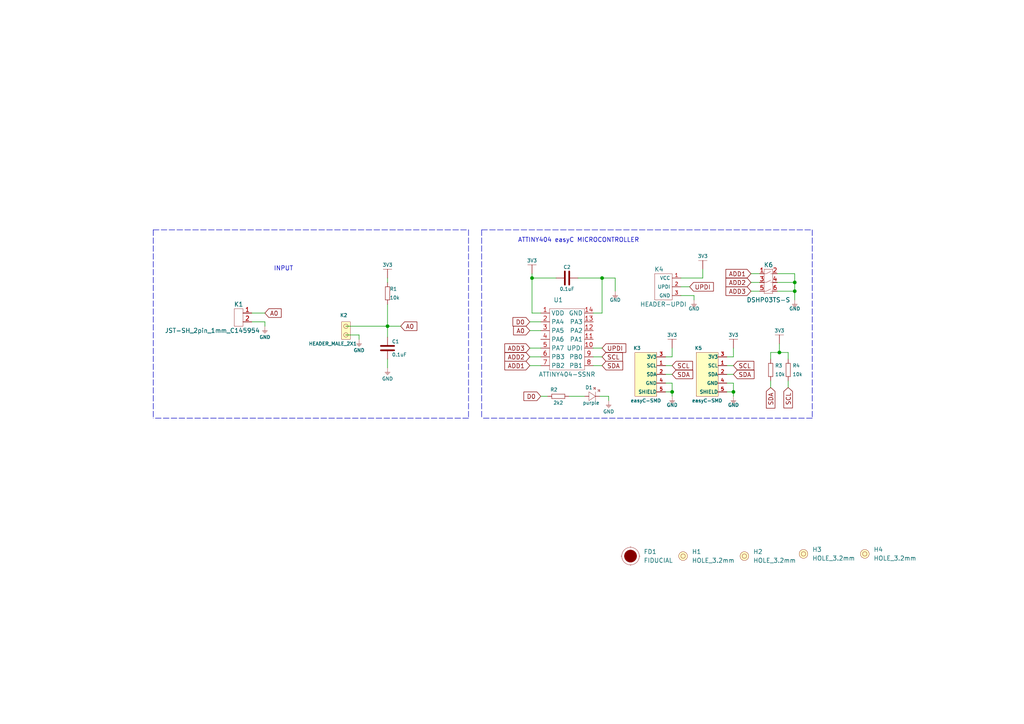
<source format=kicad_sch>
(kicad_sch (version 20210621) (generator eeschema)

  (uuid 48eb87b9-c4c0-4008-807b-b33f5ce894f9)

  (paper "A4")

  (title_block
    (title "Simple sensor with eassyC")
    (date "2021-07-05")
    (rev "V1.1.1.")
    (company "SOLDERED")
    (comment 1 "333040")
  )

  (lib_symbols
    (symbol "e-radionica.com schematics:0402LED" (pin_numbers hide) (pin_names (offset 0.254) hide) (in_bom yes) (on_board yes)
      (property "Reference" "D" (id 0) (at -0.635 2.54 0)
        (effects (font (size 1 1)))
      )
      (property "Value" "0402LED" (id 1) (at 0 -2.54 0)
        (effects (font (size 1 1)))
      )
      (property "Footprint" "e-radionica.com footprinti:0402LED" (id 2) (at 0 5.08 0)
        (effects (font (size 1 1)) hide)
      )
      (property "Datasheet" "" (id 3) (at 0 0 0)
        (effects (font (size 1 1)) hide)
      )
      (property "Package" "0402" (id 4) (at 0 0 0)
        (effects (font (size 1.27 1.27)) hide)
      )
      (symbol "0402LED_0_1"
        (polyline
          (pts
            (xy -0.635 1.27)
            (xy 1.27 0)
          )
          (stroke (width 0.0006)) (fill (type none))
        )
        (polyline
          (pts
            (xy 0.635 1.905)
            (xy 1.27 2.54)
          )
          (stroke (width 0.0006)) (fill (type none))
        )
        (polyline
          (pts
            (xy 1.27 1.27)
            (xy 1.27 -1.27)
          )
          (stroke (width 0.0006)) (fill (type none))
        )
        (polyline
          (pts
            (xy 1.905 1.27)
            (xy 2.54 1.905)
          )
          (stroke (width 0.0006)) (fill (type none))
        )
        (polyline
          (pts
            (xy -0.635 1.27)
            (xy -0.635 -1.27)
            (xy 1.27 0)
          )
          (stroke (width 0.0006)) (fill (type none))
        )
        (polyline
          (pts
            (xy 1.27 2.54)
            (xy 0.635 2.54)
            (xy 1.27 1.905)
            (xy 1.27 2.54)
          )
          (stroke (width 0.0006)) (fill (type none))
        )
        (polyline
          (pts
            (xy 2.54 1.905)
            (xy 1.905 1.905)
            (xy 2.54 1.27)
            (xy 2.54 1.905)
          )
          (stroke (width 0.0006)) (fill (type none))
        )
      )
      (symbol "0402LED_1_1"
        (pin passive line (at -1.905 0 0) (length 1.27)
          (name "A" (effects (font (size 1.27 1.27))))
          (number "1" (effects (font (size 1.27 1.27))))
        )
        (pin passive line (at 2.54 0 180) (length 1.27)
          (name "K" (effects (font (size 1.27 1.27))))
          (number "2" (effects (font (size 1.27 1.27))))
        )
      )
    )
    (symbol "e-radionica.com schematics:0402R" (pin_numbers hide) (pin_names (offset 0.254)) (in_bom yes) (on_board yes)
      (property "Reference" "R" (id 0) (at -1.905 1.27 0)
        (effects (font (size 1 1)))
      )
      (property "Value" "0402R" (id 1) (at 0 -1.27 0)
        (effects (font (size 1 1)))
      )
      (property "Footprint" "e-radionica.com footprinti:0402R" (id 2) (at -2.54 1.905 0)
        (effects (font (size 1 1)) hide)
      )
      (property "Datasheet" "" (id 3) (at -2.54 1.905 0)
        (effects (font (size 1 1)) hide)
      )
      (symbol "0402R_0_1"
        (rectangle (start -1.905 -0.635) (end 1.905 -0.6604)
          (stroke (width 0.1)) (fill (type none))
        )
        (rectangle (start -1.905 0.635) (end -1.8796 -0.635)
          (stroke (width 0.1)) (fill (type none))
        )
        (rectangle (start -1.905 0.635) (end 1.905 0.6096)
          (stroke (width 0.1)) (fill (type none))
        )
        (rectangle (start 1.905 0.635) (end 1.9304 -0.635)
          (stroke (width 0.1)) (fill (type none))
        )
      )
      (symbol "0402R_1_1"
        (pin passive line (at -3.175 0 0) (length 1.27)
          (name "~" (effects (font (size 1.27 1.27))))
          (number "1" (effects (font (size 1.27 1.27))))
        )
        (pin passive line (at 3.175 0 180) (length 1.27)
          (name "~" (effects (font (size 1.27 1.27))))
          (number "2" (effects (font (size 1.27 1.27))))
        )
      )
    )
    (symbol "e-radionica.com schematics:0603C" (pin_numbers hide) (pin_names (offset 0.002)) (in_bom yes) (on_board yes)
      (property "Reference" "C" (id 0) (at -0.635 3.175 0)
        (effects (font (size 1 1)))
      )
      (property "Value" "0603C" (id 1) (at 0 -3.175 0)
        (effects (font (size 1 1)))
      )
      (property "Footprint" "e-radionica.com footprinti:0603C" (id 2) (at 0 0 0)
        (effects (font (size 1 1)) hide)
      )
      (property "Datasheet" "" (id 3) (at 0 0 0)
        (effects (font (size 1 1)) hide)
      )
      (symbol "0603C_0_1"
        (polyline
          (pts
            (xy -0.635 1.905)
            (xy -0.635 -1.905)
          )
          (stroke (width 0.5)) (fill (type none))
        )
        (polyline
          (pts
            (xy 0.635 1.905)
            (xy 0.635 -1.905)
          )
          (stroke (width 0.5)) (fill (type none))
        )
      )
      (symbol "0603C_1_1"
        (pin passive line (at -3.175 0 0) (length 2.54)
          (name "~" (effects (font (size 1.27 1.27))))
          (number "1" (effects (font (size 1.27 1.27))))
        )
        (pin passive line (at 3.175 0 180) (length 2.54)
          (name "~" (effects (font (size 1.27 1.27))))
          (number "2" (effects (font (size 1.27 1.27))))
        )
      )
    )
    (symbol "e-radionica.com schematics:0603R" (pin_numbers hide) (pin_names (offset 0.254)) (in_bom yes) (on_board yes)
      (property "Reference" "R" (id 0) (at -1.905 1.905 0)
        (effects (font (size 1 1)))
      )
      (property "Value" "0603R" (id 1) (at 0 -1.905 0)
        (effects (font (size 1 1)))
      )
      (property "Footprint" "e-radionica.com footprinti:0603R" (id 2) (at -0.635 1.905 0)
        (effects (font (size 1 1)) hide)
      )
      (property "Datasheet" "" (id 3) (at -0.635 1.905 0)
        (effects (font (size 1 1)) hide)
      )
      (symbol "0603R_0_1"
        (rectangle (start -1.905 -0.635) (end 1.905 -0.6604)
          (stroke (width 0.1)) (fill (type none))
        )
        (rectangle (start -1.905 0.635) (end -1.8796 -0.635)
          (stroke (width 0.1)) (fill (type none))
        )
        (rectangle (start -1.905 0.635) (end 1.905 0.6096)
          (stroke (width 0.1)) (fill (type none))
        )
        (rectangle (start 1.905 0.635) (end 1.9304 -0.635)
          (stroke (width 0.1)) (fill (type none))
        )
      )
      (symbol "0603R_1_1"
        (pin passive line (at -3.175 0 0) (length 1.27)
          (name "~" (effects (font (size 1.27 1.27))))
          (number "1" (effects (font (size 1.27 1.27))))
        )
        (pin passive line (at 3.175 0 180) (length 1.27)
          (name "~" (effects (font (size 1.27 1.27))))
          (number "2" (effects (font (size 1.27 1.27))))
        )
      )
    )
    (symbol "e-radionica.com schematics:3V3" (power) (pin_names (offset 0)) (in_bom yes) (on_board yes)
      (property "Reference" "#PWR" (id 0) (at 4.445 0 0)
        (effects (font (size 1 1)) hide)
      )
      (property "Value" "3V3" (id 1) (at 0 3.556 0)
        (effects (font (size 1 1)))
      )
      (property "Footprint" "" (id 2) (at 4.445 3.81 0)
        (effects (font (size 1 1)) hide)
      )
      (property "Datasheet" "" (id 3) (at 4.445 3.81 0)
        (effects (font (size 1 1)) hide)
      )
      (property "ki_keywords" "power-flag" (id 4) (at 0 0 0)
        (effects (font (size 1.27 1.27)) hide)
      )
      (property "ki_description" "Power symbol creates a global label with name \"+3V3\"" (id 5) (at 0 0 0)
        (effects (font (size 1.27 1.27)) hide)
      )
      (symbol "3V3_0_1"
        (polyline
          (pts
            (xy -1.27 2.54)
            (xy 1.27 2.54)
          )
          (stroke (width 0.0006)) (fill (type none))
        )
        (polyline
          (pts
            (xy 0 0)
            (xy 0 2.54)
          )
          (stroke (width 0)) (fill (type none))
        )
      )
      (symbol "3V3_1_1"
        (pin power_in line (at 0 0 90) (length 0) hide
          (name "3V3" (effects (font (size 1.27 1.27))))
          (number "1" (effects (font (size 1.27 1.27))))
        )
      )
    )
    (symbol "e-radionica.com schematics:ATTINY404-SSNR" (in_bom yes) (on_board yes)
      (property "Reference" "U" (id 0) (at -5.08 10.16 0)
        (effects (font (size 1.27 1.27)))
      )
      (property "Value" "ATTINY404-SSNR" (id 1) (at 0 -10.16 0)
        (effects (font (size 1.27 1.27)))
      )
      (property "Footprint" "e-radionica.com footprinti:SOIC-14" (id 2) (at 0 -11.43 0)
        (effects (font (size 1.27 1.27)) hide)
      )
      (property "Datasheet" "" (id 3) (at 0 -2.54 0)
        (effects (font (size 1.27 1.27)) hide)
      )
      (symbol "ATTINY404-SSNR_0_1"
        (rectangle (start -5.08 8.89) (end 5.08 -8.89)
          (stroke (width 0.0006)) (fill (type none))
        )
      )
      (symbol "ATTINY404-SSNR_1_1"
        (pin power_in line (at -7.62 7.62 0) (length 2.54)
          (name "VDD" (effects (font (size 1.27 1.27))))
          (number "1" (effects (font (size 1.27 1.27))))
        )
        (pin bidirectional line (at 7.62 -2.54 180) (length 2.54)
          (name "UPDI" (effects (font (size 1.27 1.27))))
          (number "10" (effects (font (size 1.27 1.27))))
        )
        (pin bidirectional line (at 7.62 0 180) (length 2.54)
          (name "PA1" (effects (font (size 1.27 1.27))))
          (number "11" (effects (font (size 1.27 1.27))))
        )
        (pin bidirectional line (at 7.62 2.54 180) (length 2.54)
          (name "PA2" (effects (font (size 1.27 1.27))))
          (number "12" (effects (font (size 1.27 1.27))))
        )
        (pin bidirectional line (at 7.62 5.08 180) (length 2.54)
          (name "PA3" (effects (font (size 1.27 1.27))))
          (number "13" (effects (font (size 1.27 1.27))))
        )
        (pin power_in line (at 7.62 7.62 180) (length 2.54)
          (name "GND" (effects (font (size 1.27 1.27))))
          (number "14" (effects (font (size 1.27 1.27))))
        )
        (pin bidirectional line (at -7.62 5.08 0) (length 2.54)
          (name "PA4" (effects (font (size 1.27 1.27))))
          (number "2" (effects (font (size 1.27 1.27))))
        )
        (pin bidirectional line (at -7.62 2.54 0) (length 2.54)
          (name "PA5" (effects (font (size 1.27 1.27))))
          (number "3" (effects (font (size 1.27 1.27))))
        )
        (pin bidirectional line (at -7.62 0 0) (length 2.54)
          (name "PA6" (effects (font (size 1.27 1.27))))
          (number "4" (effects (font (size 1.27 1.27))))
        )
        (pin bidirectional line (at -7.62 -2.54 0) (length 2.54)
          (name "PA7" (effects (font (size 1.27 1.27))))
          (number "5" (effects (font (size 1.27 1.27))))
        )
        (pin bidirectional line (at -7.62 -5.08 0) (length 2.54)
          (name "PB3" (effects (font (size 1.27 1.27))))
          (number "6" (effects (font (size 1.27 1.27))))
        )
        (pin bidirectional line (at -7.62 -7.62 0) (length 2.54)
          (name "PB2" (effects (font (size 1.27 1.27))))
          (number "7" (effects (font (size 1.27 1.27))))
        )
        (pin bidirectional line (at 7.62 -7.62 180) (length 2.54)
          (name "PB1" (effects (font (size 1.27 1.27))))
          (number "8" (effects (font (size 1.27 1.27))))
        )
        (pin bidirectional line (at 7.62 -5.08 180) (length 2.54)
          (name "PB0" (effects (font (size 1.27 1.27))))
          (number "9" (effects (font (size 1.27 1.27))))
        )
      )
    )
    (symbol "e-radionica.com schematics:DSHP03TS-S" (in_bom yes) (on_board yes)
      (property "Reference" "K" (id 0) (at 0 5.08 0)
        (effects (font (size 1.27 1.27)))
      )
      (property "Value" "DSHP03TS-S" (id 1) (at 0 -5.08 0)
        (effects (font (size 1.27 1.27)))
      )
      (property "Footprint" "e-radionica.com footprinti:DSHP03TS-S" (id 2) (at -1.27 -7.62 0)
        (effects (font (size 1.27 1.27)) hide)
      )
      (property "Datasheet" "" (id 3) (at 0 0 0)
        (effects (font (size 1.27 1.27)) hide)
      )
      (property "ki_keywords" "DIP SW SWITCH " (id 4) (at 0 0 0)
        (effects (font (size 1.27 1.27)) hide)
      )
      (symbol "DSHP03TS-S_0_1"
        (rectangle (start -1.27 3.81) (end 1.27 -3.175)
          (stroke (width 0.0006)) (fill (type none))
        )
        (polyline
          (pts
            (xy 1.27 -2.54)
            (xy 0.635 -2.54)
          )
          (stroke (width 0.0006)) (fill (type none))
        )
        (polyline
          (pts
            (xy 1.27 0)
            (xy 0.635 0)
          )
          (stroke (width 0.0006)) (fill (type none))
        )
        (polyline
          (pts
            (xy 1.27 2.54)
            (xy 0.635 2.54)
          )
          (stroke (width 0.0006)) (fill (type none))
        )
        (polyline
          (pts
            (xy -1.27 -2.54)
            (xy -0.635 -2.54)
            (xy 0.635 -1.905)
          )
          (stroke (width 0.0006)) (fill (type none))
        )
        (polyline
          (pts
            (xy -1.27 0)
            (xy -0.635 0)
            (xy 0.635 0.635)
          )
          (stroke (width 0.0006)) (fill (type none))
        )
        (polyline
          (pts
            (xy -1.27 2.54)
            (xy -0.635 2.54)
            (xy 0.635 3.175)
          )
          (stroke (width 0.0006)) (fill (type none))
        )
      )
      (symbol "DSHP03TS-S_1_1"
        (pin bidirectional line (at -2.54 2.54 0) (length 1.27)
          (name "~" (effects (font (size 1.27 1.27))))
          (number "1" (effects (font (size 1.27 1.27))))
        )
        (pin bidirectional line (at 2.54 2.54 180) (length 1.27)
          (name "~" (effects (font (size 1.27 1.27))))
          (number "2" (effects (font (size 1.27 1.27))))
        )
        (pin bidirectional line (at -2.54 0 0) (length 1.27)
          (name "~" (effects (font (size 1.27 1.27))))
          (number "3" (effects (font (size 1.27 1.27))))
        )
        (pin bidirectional line (at 2.54 0 180) (length 1.27)
          (name "~" (effects (font (size 1.27 1.27))))
          (number "4" (effects (font (size 1.27 1.27))))
        )
        (pin bidirectional line (at -2.54 -2.54 0) (length 1.27)
          (name "~" (effects (font (size 1.27 1.27))))
          (number "5" (effects (font (size 1.27 1.27))))
        )
        (pin bidirectional line (at 2.54 -2.54 180) (length 1.27)
          (name "~" (effects (font (size 1.27 1.27))))
          (number "6" (effects (font (size 1.27 1.27))))
        )
      )
    )
    (symbol "e-radionica.com schematics:FIDUCIAL" (in_bom yes) (on_board yes)
      (property "Reference" "FD" (id 0) (at 0 3.81 0)
        (effects (font (size 1.27 1.27)))
      )
      (property "Value" "FIDUCIAL" (id 1) (at 0 -3.81 0)
        (effects (font (size 1.27 1.27)))
      )
      (property "Footprint" "e-radionica.com footprinti:FIDUCIAL_23" (id 2) (at 0.254 -5.334 0)
        (effects (font (size 1.27 1.27)) hide)
      )
      (property "Datasheet" "" (id 3) (at 0 0 0)
        (effects (font (size 1.27 1.27)) hide)
      )
      (symbol "FIDUCIAL_0_1"
        (circle (center 0 0) (radius 2.54) (stroke (width 0.0006)) (fill (type none)))
        (circle (center 0 0) (radius 1.7961) (stroke (width 0.001)) (fill (type outline)))
        (polyline
          (pts
            (xy -2.54 0)
            (xy -2.794 0)
          )
          (stroke (width 0.0006)) (fill (type none))
        )
        (polyline
          (pts
            (xy 0 -2.54)
            (xy 0 -2.794)
          )
          (stroke (width 0.0006)) (fill (type none))
        )
        (polyline
          (pts
            (xy 0 2.54)
            (xy 0 2.794)
          )
          (stroke (width 0.0006)) (fill (type none))
        )
        (polyline
          (pts
            (xy 2.54 0)
            (xy 2.794 0)
          )
          (stroke (width 0.0006)) (fill (type none))
        )
      )
    )
    (symbol "e-radionica.com schematics:GND" (power) (pin_names (offset 0)) (in_bom yes) (on_board yes)
      (property "Reference" "#PWR" (id 0) (at 4.445 0 0)
        (effects (font (size 1 1)) hide)
      )
      (property "Value" "GND" (id 1) (at 0 -2.921 0)
        (effects (font (size 1 1)))
      )
      (property "Footprint" "" (id 2) (at 4.445 3.81 0)
        (effects (font (size 1 1)) hide)
      )
      (property "Datasheet" "" (id 3) (at 4.445 3.81 0)
        (effects (font (size 1 1)) hide)
      )
      (property "ki_keywords" "power-flag" (id 4) (at 0 0 0)
        (effects (font (size 1.27 1.27)) hide)
      )
      (property "ki_description" "Power symbol creates a global label with name \"+3V3\"" (id 5) (at 0 0 0)
        (effects (font (size 1.27 1.27)) hide)
      )
      (symbol "GND_0_1"
        (polyline
          (pts
            (xy -0.762 -1.27)
            (xy 0.762 -1.27)
          )
          (stroke (width 0.0006)) (fill (type none))
        )
        (polyline
          (pts
            (xy -0.635 -1.524)
            (xy 0.635 -1.524)
          )
          (stroke (width 0.0006)) (fill (type none))
        )
        (polyline
          (pts
            (xy -0.381 -1.778)
            (xy 0.381 -1.778)
          )
          (stroke (width 0.0006)) (fill (type none))
        )
        (polyline
          (pts
            (xy -0.127 -2.032)
            (xy 0.127 -2.032)
          )
          (stroke (width 0.0006)) (fill (type none))
        )
        (polyline
          (pts
            (xy 0 0)
            (xy 0 -1.27)
          )
          (stroke (width 0.0006)) (fill (type none))
        )
      )
      (symbol "GND_1_1"
        (pin power_in line (at 0 0 270) (length 0) hide
          (name "GND" (effects (font (size 1.27 1.27))))
          (number "1" (effects (font (size 1.27 1.27))))
        )
      )
    )
    (symbol "e-radionica.com schematics:HEADER-UPDI" (in_bom yes) (on_board yes)
      (property "Reference" "K" (id 0) (at -1.27 5.08 0)
        (effects (font (size 1.27 1.27)))
      )
      (property "Value" "HEADER-UPDI" (id 1) (at 0 -5.08 0)
        (effects (font (size 1.27 1.27)))
      )
      (property "Footprint" "e-radionica.com footprinti:HEADER-UPDI" (id 2) (at 2.54 -7.62 0)
        (effects (font (size 1.27 1.27)) hide)
      )
      (property "Datasheet" "" (id 3) (at 2.54 0 0)
        (effects (font (size 1.27 1.27)) hide)
      )
      (symbol "HEADER-UPDI_0_1"
        (rectangle (start -2.54 3.81) (end 2.54 -3.81)
          (stroke (width 0.0006)) (fill (type none))
        )
      )
      (symbol "HEADER-UPDI_1_1"
        (pin power_in line (at 5.08 2.54 180) (length 2.54)
          (name "VCC" (effects (font (size 1 1))))
          (number "1" (effects (font (size 1 1))))
        )
        (pin bidirectional line (at 5.08 0 180) (length 2.54)
          (name "UPDI" (effects (font (size 1 1))))
          (number "2" (effects (font (size 1 1))))
        )
        (pin power_in line (at 5.08 -2.54 180) (length 2.54)
          (name "GND" (effects (font (size 1 1))))
          (number "3" (effects (font (size 1 1))))
        )
      )
    )
    (symbol "e-radionica.com schematics:HEADER_MALE_2X1" (pin_numbers hide) (pin_names hide) (in_bom yes) (on_board yes)
      (property "Reference" "K" (id 0) (at -1.27 5.08 0)
        (effects (font (size 1 1)))
      )
      (property "Value" "HEADER_MALE_2X1" (id 1) (at 0 -2.54 0)
        (effects (font (size 1 1)))
      )
      (property "Footprint" "e-radionica.com footprinti:HEADER_MALE_2X1" (id 2) (at 0 0 0)
        (effects (font (size 1 1)) hide)
      )
      (property "Datasheet" "" (id 3) (at 0 0 0)
        (effects (font (size 1 1)) hide)
      )
      (symbol "HEADER_MALE_2X1_0_1"
        (circle (center 0 0) (radius 0.635) (stroke (width 0.0006)) (fill (type none)))
        (circle (center 0 2.54) (radius 0.635) (stroke (width 0.0006)) (fill (type none)))
        (rectangle (start 1.27 -1.27) (end -1.27 3.81)
          (stroke (width 0.001)) (fill (type background))
        )
      )
      (symbol "HEADER_MALE_2X1_1_1"
        (pin passive line (at 0 0 180) (length 0)
          (name "~" (effects (font (size 1 1))))
          (number "1" (effects (font (size 1 1))))
        )
        (pin passive line (at 0 2.54 180) (length 0)
          (name "~" (effects (font (size 1 1))))
          (number "2" (effects (font (size 1 1))))
        )
      )
    )
    (symbol "e-radionica.com schematics:HOLE_3.2mm" (pin_numbers hide) (pin_names hide) (in_bom yes) (on_board yes)
      (property "Reference" "H" (id 0) (at 0 2.54 0)
        (effects (font (size 1.27 1.27)))
      )
      (property "Value" "HOLE_3.2mm" (id 1) (at 0 -2.54 0)
        (effects (font (size 1.27 1.27)))
      )
      (property "Footprint" "e-radionica.com footprinti:HOLE_3.2mm" (id 2) (at 0 0 0)
        (effects (font (size 1.27 1.27)) hide)
      )
      (property "Datasheet" "" (id 3) (at 0 0 0)
        (effects (font (size 1.27 1.27)) hide)
      )
      (symbol "HOLE_3.2mm_0_1"
        (circle (center 0 0) (radius 0.635) (stroke (width 0.0006)) (fill (type none)))
        (circle (center 0 0) (radius 1.27) (stroke (width 0.001)) (fill (type background)))
      )
    )
    (symbol "e-radionica.com schematics:JST-SH_2pin_1mm_C145954" (in_bom yes) (on_board yes)
      (property "Reference" "K" (id 0) (at 0 5.715 0)
        (effects (font (size 1.27 1.27)))
      )
      (property "Value" "JST-SH_2pin_1mm_C145954" (id 1) (at 0 -3.81 0)
        (effects (font (size 1.27 1.27)))
      )
      (property "Footprint" "e-radionica.com footprinti:JST-SH_2pin_1mm_C145954" (id 2) (at 0 0 0)
        (effects (font (size 1.27 1.27)) hide)
      )
      (property "Datasheet" "" (id 3) (at 0 0 0)
        (effects (font (size 1.27 1.27)) hide)
      )
      (symbol "JST-SH_2pin_1mm_C145954_0_1"
        (rectangle (start 1.27 -2.54) (end -1.27 2.54)
          (stroke (width 0.0006)) (fill (type none))
        )
      )
      (symbol "JST-SH_2pin_1mm_C145954_1_1"
        (pin passive line (at 3.81 1.27 180) (length 2.54)
          (name "" (effects (font (size 1.27 1.27))))
          (number "1" (effects (font (size 1.27 1.27))))
        )
        (pin passive line (at 3.81 -1.27 180) (length 2.54)
          (name "" (effects (font (size 1.27 1.27))))
          (number "2" (effects (font (size 1.27 1.27))))
        )
      )
    )
    (symbol "e-radionica.com schematics:easyC-SMD" (pin_names (offset 0.002)) (in_bom yes) (on_board yes)
      (property "Reference" "K" (id 0) (at -2.54 10.16 0)
        (effects (font (size 1 1)))
      )
      (property "Value" "easyC-SMD" (id 1) (at 0 -5.08 0)
        (effects (font (size 1 1)))
      )
      (property "Footprint" "e-radionica.com footprinti:easyC-connector" (id 2) (at 3.175 2.54 0)
        (effects (font (size 1 1)) hide)
      )
      (property "Datasheet" "" (id 3) (at 3.175 2.54 0)
        (effects (font (size 1 1)) hide)
      )
      (symbol "easyC-SMD_0_1"
        (rectangle (start -3.175 8.89) (end 3.175 -3.81)
          (stroke (width 0.001)) (fill (type background))
        )
      )
      (symbol "easyC-SMD_1_1"
        (pin passive line (at 5.715 5.08 180) (length 2.54)
          (name "SCL" (effects (font (size 1 1))))
          (number "1" (effects (font (size 1 1))))
        )
        (pin passive line (at 5.715 2.54 180) (length 2.54)
          (name "SDA" (effects (font (size 1 1))))
          (number "2" (effects (font (size 1 1))))
        )
        (pin passive line (at 5.715 7.62 180) (length 2.54)
          (name "3V3" (effects (font (size 1 1))))
          (number "3" (effects (font (size 1 1))))
        )
        (pin passive line (at 5.715 0 180) (length 2.54)
          (name "GND" (effects (font (size 1 1))))
          (number "4" (effects (font (size 1 1))))
        )
        (pin passive line (at 5.715 -2.54 180) (length 2.54)
          (name "SHIELD" (effects (font (size 1 1))))
          (number "5" (effects (font (size 1 1))))
        )
      )
    )
  )

  (junction (at 112.395 94.615) (diameter 0.9144) (color 0 0 0 0))
  (junction (at 154.305 80.645) (diameter 0.9144) (color 0 0 0 0))
  (junction (at 174.625 80.645) (diameter 0.9144) (color 0 0 0 0))
  (junction (at 194.945 113.665) (diameter 0.9144) (color 0 0 0 0))
  (junction (at 212.725 113.665) (diameter 0.9144) (color 0 0 0 0))
  (junction (at 226.06 102.235) (diameter 0.9144) (color 0 0 0 0))
  (junction (at 230.505 81.915) (diameter 0.9144) (color 0 0 0 0))
  (junction (at 230.505 84.455) (diameter 0.9144) (color 0 0 0 0))

  (wire (pts (xy 73.025 90.805) (xy 76.835 90.805))
    (stroke (width 0) (type solid) (color 0 0 0 0))
    (uuid e2659221-f27f-4031-8aff-2ce1cefc59cf)
  )
  (wire (pts (xy 73.025 93.345) (xy 76.835 93.345))
    (stroke (width 0) (type solid) (color 0 0 0 0))
    (uuid bd9b9023-e92e-4fbd-afdf-bb8117773d70)
  )
  (wire (pts (xy 76.835 93.345) (xy 76.835 94.615))
    (stroke (width 0) (type solid) (color 0 0 0 0))
    (uuid 3a2d0333-f560-406f-b1a0-a5e893771f65)
  )
  (wire (pts (xy 100.33 94.615) (xy 112.395 94.615))
    (stroke (width 0) (type solid) (color 0 0 0 0))
    (uuid e7c19c9f-bc08-455d-b0ba-b8ca3392132f)
  )
  (wire (pts (xy 100.33 97.155) (xy 104.14 97.155))
    (stroke (width 0) (type solid) (color 0 0 0 0))
    (uuid 9445ce53-9baa-4a7a-8a69-715f5a95df92)
  )
  (wire (pts (xy 104.14 97.155) (xy 104.14 98.425))
    (stroke (width 0) (type solid) (color 0 0 0 0))
    (uuid fd9e9901-a6a6-45b8-ba9b-c2f38bb8031e)
  )
  (wire (pts (xy 112.395 81.915) (xy 112.395 80.645))
    (stroke (width 0) (type solid) (color 0 0 0 0))
    (uuid 71284a90-bd3c-4d98-b382-3e5eeff9407c)
  )
  (wire (pts (xy 112.395 88.265) (xy 112.395 94.615))
    (stroke (width 0) (type solid) (color 0 0 0 0))
    (uuid 33fd80db-678d-477b-b2ca-bf8237662b6d)
  )
  (wire (pts (xy 112.395 94.615) (xy 112.395 97.79))
    (stroke (width 0) (type solid) (color 0 0 0 0))
    (uuid 33fd80db-678d-477b-b2ca-bf8237662b6d)
  )
  (wire (pts (xy 112.395 94.615) (xy 116.205 94.615))
    (stroke (width 0) (type solid) (color 0 0 0 0))
    (uuid 151ec4f7-5905-4d3c-bb74-026515353466)
  )
  (wire (pts (xy 112.395 104.14) (xy 112.395 106.68))
    (stroke (width 0) (type solid) (color 0 0 0 0))
    (uuid 9de8b65a-7a50-4877-8272-58bfc27515ca)
  )
  (wire (pts (xy 153.67 93.345) (xy 156.845 93.345))
    (stroke (width 0) (type solid) (color 0 0 0 0))
    (uuid fad7d531-1efc-442f-a95b-61cb85f60d16)
  )
  (wire (pts (xy 153.67 95.885) (xy 156.845 95.885))
    (stroke (width 0) (type solid) (color 0 0 0 0))
    (uuid 55fdb938-a1ae-4ab3-afd8-1e6041c8e013)
  )
  (wire (pts (xy 153.67 100.965) (xy 156.845 100.965))
    (stroke (width 0) (type solid) (color 0 0 0 0))
    (uuid a51efa6f-88d6-4df7-8795-b487bb903db3)
  )
  (wire (pts (xy 153.67 103.505) (xy 156.845 103.505))
    (stroke (width 0) (type solid) (color 0 0 0 0))
    (uuid 3230fd64-8598-4682-8de8-d0b580564743)
  )
  (wire (pts (xy 153.67 106.045) (xy 156.845 106.045))
    (stroke (width 0) (type solid) (color 0 0 0 0))
    (uuid 0d9808a5-5ebe-4d3a-8238-3c1370fbe1ae)
  )
  (wire (pts (xy 154.305 80.645) (xy 154.305 79.375))
    (stroke (width 0) (type solid) (color 0 0 0 0))
    (uuid 4a29ea24-1497-4996-9334-dee288904dff)
  )
  (wire (pts (xy 154.305 90.805) (xy 154.305 80.645))
    (stroke (width 0) (type solid) (color 0 0 0 0))
    (uuid 17f861f3-e618-4a08-bc99-36230ce76323)
  )
  (wire (pts (xy 156.845 90.805) (xy 154.305 90.805))
    (stroke (width 0) (type solid) (color 0 0 0 0))
    (uuid 32515017-1b96-4909-9749-6dd5a9bf45f0)
  )
  (wire (pts (xy 156.845 114.935) (xy 158.75 114.935))
    (stroke (width 0) (type solid) (color 0 0 0 0))
    (uuid 7e9ab479-24f5-458c-9c65-fb3a88e3ac95)
  )
  (wire (pts (xy 161.29 80.645) (xy 154.305 80.645))
    (stroke (width 0) (type solid) (color 0 0 0 0))
    (uuid c2d6c70b-e525-4289-ae55-01add762c487)
  )
  (wire (pts (xy 165.1 114.935) (xy 169.545 114.935))
    (stroke (width 0) (type solid) (color 0 0 0 0))
    (uuid 8b1f9cd6-d650-4598-829d-646a0d28e499)
  )
  (wire (pts (xy 167.64 80.645) (xy 174.625 80.645))
    (stroke (width 0) (type solid) (color 0 0 0 0))
    (uuid 9d27e6bd-b0c4-4472-9527-c3f4906c0a78)
  )
  (wire (pts (xy 172.085 100.965) (xy 174.625 100.965))
    (stroke (width 0) (type solid) (color 0 0 0 0))
    (uuid b1e7ee57-c122-4d9b-aca5-518ccf71de45)
  )
  (wire (pts (xy 172.085 103.505) (xy 174.625 103.505))
    (stroke (width 0) (type solid) (color 0 0 0 0))
    (uuid ebf77a31-98f4-4dbe-9475-c64442d9b92e)
  )
  (wire (pts (xy 172.085 106.045) (xy 174.625 106.045))
    (stroke (width 0) (type solid) (color 0 0 0 0))
    (uuid b95817b1-9cd7-41c1-9a01-913ef7491916)
  )
  (wire (pts (xy 173.99 114.935) (xy 176.53 114.935))
    (stroke (width 0) (type solid) (color 0 0 0 0))
    (uuid b8f28d5a-4b44-4a2d-a195-bd3384cd65d7)
  )
  (wire (pts (xy 174.625 80.645) (xy 174.625 90.805))
    (stroke (width 0) (type solid) (color 0 0 0 0))
    (uuid 34d0a3f4-913d-4910-8339-f8175dd74f28)
  )
  (wire (pts (xy 174.625 80.645) (xy 178.435 80.645))
    (stroke (width 0) (type solid) (color 0 0 0 0))
    (uuid ec971691-6ee0-4c2a-9e88-06cbe0d2fa1b)
  )
  (wire (pts (xy 174.625 90.805) (xy 172.085 90.805))
    (stroke (width 0) (type solid) (color 0 0 0 0))
    (uuid 9d1d4b87-b620-452d-8bbb-55efe6a6a053)
  )
  (wire (pts (xy 176.53 114.935) (xy 176.53 116.205))
    (stroke (width 0) (type solid) (color 0 0 0 0))
    (uuid 85b6712b-0286-4a10-a9d2-881449e8f469)
  )
  (wire (pts (xy 178.435 80.645) (xy 178.435 84.455))
    (stroke (width 0) (type solid) (color 0 0 0 0))
    (uuid 8e6b36b5-a17a-4eff-a1a5-b6714de659f1)
  )
  (wire (pts (xy 193.04 103.505) (xy 194.945 103.505))
    (stroke (width 0) (type solid) (color 0 0 0 0))
    (uuid 16032b62-7ec0-4057-ae52-523501db9af8)
  )
  (wire (pts (xy 193.04 106.045) (xy 194.945 106.045))
    (stroke (width 0) (type solid) (color 0 0 0 0))
    (uuid df4b4017-b2ac-4e13-bedf-5f5c503407ad)
  )
  (wire (pts (xy 193.04 108.585) (xy 194.945 108.585))
    (stroke (width 0) (type solid) (color 0 0 0 0))
    (uuid 135ceb15-1df0-48a6-9202-a37c01b84f9a)
  )
  (wire (pts (xy 193.04 111.125) (xy 194.945 111.125))
    (stroke (width 0) (type solid) (color 0 0 0 0))
    (uuid fb8d4782-43d8-49fd-9787-f20eb3d0b2f2)
  )
  (wire (pts (xy 193.04 113.665) (xy 194.945 113.665))
    (stroke (width 0) (type solid) (color 0 0 0 0))
    (uuid 3aaa5c8a-1e7d-4438-9c2d-f5de86a8eddd)
  )
  (wire (pts (xy 194.945 103.505) (xy 194.945 100.965))
    (stroke (width 0) (type solid) (color 0 0 0 0))
    (uuid 24a4becf-5fd5-4aaf-bb60-9f0d15654009)
  )
  (wire (pts (xy 194.945 111.125) (xy 194.945 113.665))
    (stroke (width 0) (type solid) (color 0 0 0 0))
    (uuid 19802bbb-cf67-471a-8d27-59f10f1160f0)
  )
  (wire (pts (xy 194.945 113.665) (xy 194.945 114.935))
    (stroke (width 0) (type solid) (color 0 0 0 0))
    (uuid 527c4304-3adc-4378-909a-e8a8cab32605)
  )
  (wire (pts (xy 197.485 80.645) (xy 203.835 80.645))
    (stroke (width 0) (type solid) (color 0 0 0 0))
    (uuid 6901a0d0-ed11-4b67-9fbe-f381980fe942)
  )
  (wire (pts (xy 197.485 83.185) (xy 200.025 83.185))
    (stroke (width 0) (type solid) (color 0 0 0 0))
    (uuid a015df6e-6191-41df-8bd8-95abd8c9e95e)
  )
  (wire (pts (xy 197.485 85.725) (xy 201.295 85.725))
    (stroke (width 0) (type solid) (color 0 0 0 0))
    (uuid 27d38adf-275f-49c1-81e2-3f7f252a9f7c)
  )
  (wire (pts (xy 201.295 85.725) (xy 201.295 86.995))
    (stroke (width 0) (type solid) (color 0 0 0 0))
    (uuid ee39448d-6e34-4c4b-b9e9-56a810b8a308)
  )
  (wire (pts (xy 203.835 80.645) (xy 203.835 78.105))
    (stroke (width 0) (type solid) (color 0 0 0 0))
    (uuid 28022833-f7c0-4628-93a4-4b28aa36c907)
  )
  (wire (pts (xy 210.82 103.505) (xy 212.725 103.505))
    (stroke (width 0) (type solid) (color 0 0 0 0))
    (uuid 567ec1fc-5ccf-49a7-b7d0-97425e66ddca)
  )
  (wire (pts (xy 210.82 106.045) (xy 212.725 106.045))
    (stroke (width 0) (type solid) (color 0 0 0 0))
    (uuid ec54d369-29f8-4d0b-a48a-6afcb451a9fa)
  )
  (wire (pts (xy 210.82 108.585) (xy 212.725 108.585))
    (stroke (width 0) (type solid) (color 0 0 0 0))
    (uuid 40bf2330-48b6-4607-b56c-641df6d881b6)
  )
  (wire (pts (xy 210.82 111.125) (xy 212.725 111.125))
    (stroke (width 0) (type solid) (color 0 0 0 0))
    (uuid b6325c24-3b4e-4f71-9fc6-a768473ee3e4)
  )
  (wire (pts (xy 210.82 113.665) (xy 212.725 113.665))
    (stroke (width 0) (type solid) (color 0 0 0 0))
    (uuid 9c2d5fe3-b562-4293-964a-8c66d1510256)
  )
  (wire (pts (xy 212.725 103.505) (xy 212.725 100.965))
    (stroke (width 0) (type solid) (color 0 0 0 0))
    (uuid 313054f2-e1fc-4fb5-881b-f0018122a5cc)
  )
  (wire (pts (xy 212.725 111.125) (xy 212.725 113.665))
    (stroke (width 0) (type solid) (color 0 0 0 0))
    (uuid 64d9000b-c4ae-4c71-96b6-312d0b97a2dc)
  )
  (wire (pts (xy 212.725 113.665) (xy 212.725 114.935))
    (stroke (width 0) (type solid) (color 0 0 0 0))
    (uuid 76a61ba5-f729-47c9-8fc2-a73b9f1355f4)
  )
  (wire (pts (xy 217.805 79.375) (xy 220.345 79.375))
    (stroke (width 0) (type solid) (color 0 0 0 0))
    (uuid b7feaa97-020b-4d1b-90a3-74a4f67c3ef2)
  )
  (wire (pts (xy 217.805 81.915) (xy 220.345 81.915))
    (stroke (width 0) (type solid) (color 0 0 0 0))
    (uuid 3ea4abb9-e394-492c-b14e-5bf25a0d8872)
  )
  (wire (pts (xy 217.805 84.455) (xy 220.345 84.455))
    (stroke (width 0) (type solid) (color 0 0 0 0))
    (uuid 926bfb3b-f75c-4777-acab-3badf5b95d26)
  )
  (wire (pts (xy 223.52 102.235) (xy 226.06 102.235))
    (stroke (width 0) (type solid) (color 0 0 0 0))
    (uuid 73344c26-a199-44af-9d01-4196f6073a42)
  )
  (wire (pts (xy 223.52 104.14) (xy 223.52 102.235))
    (stroke (width 0) (type solid) (color 0 0 0 0))
    (uuid 5fb4cc96-15eb-45f4-9c80-1eccead12419)
  )
  (wire (pts (xy 223.52 110.49) (xy 223.52 112.395))
    (stroke (width 0) (type solid) (color 0 0 0 0))
    (uuid 6d0965a4-60a4-4906-8141-23240cabfd26)
  )
  (wire (pts (xy 225.425 79.375) (xy 230.505 79.375))
    (stroke (width 0) (type solid) (color 0 0 0 0))
    (uuid 26c0c636-7a93-4f85-bcd4-d5623a0ae011)
  )
  (wire (pts (xy 225.425 81.915) (xy 230.505 81.915))
    (stroke (width 0) (type solid) (color 0 0 0 0))
    (uuid 2934d152-1620-423b-a303-86f677e01eb3)
  )
  (wire (pts (xy 225.425 84.455) (xy 230.505 84.455))
    (stroke (width 0) (type solid) (color 0 0 0 0))
    (uuid 66ce4891-1b14-4c6b-9fac-53e2d8f03e49)
  )
  (wire (pts (xy 226.06 102.235) (xy 226.06 99.695))
    (stroke (width 0) (type solid) (color 0 0 0 0))
    (uuid 96f74fb7-2d45-465e-b015-73ccda2c1cee)
  )
  (wire (pts (xy 228.6 102.235) (xy 226.06 102.235))
    (stroke (width 0) (type solid) (color 0 0 0 0))
    (uuid 577f5d00-87ad-42a3-bf98-72a44becb5f5)
  )
  (wire (pts (xy 228.6 104.14) (xy 228.6 102.235))
    (stroke (width 0) (type solid) (color 0 0 0 0))
    (uuid b5c5408a-9ec5-47e0-9176-205b975ffbbd)
  )
  (wire (pts (xy 228.6 110.49) (xy 228.6 112.395))
    (stroke (width 0) (type solid) (color 0 0 0 0))
    (uuid cb503845-9e83-4ff3-b796-43c696b0b876)
  )
  (wire (pts (xy 230.505 79.375) (xy 230.505 81.915))
    (stroke (width 0) (type solid) (color 0 0 0 0))
    (uuid 800adca4-20a2-4847-99f1-74d29ad49e2b)
  )
  (wire (pts (xy 230.505 81.915) (xy 230.505 84.455))
    (stroke (width 0) (type solid) (color 0 0 0 0))
    (uuid 9b475a14-5a81-4f42-92f2-1ca43840053d)
  )
  (wire (pts (xy 230.505 84.455) (xy 230.505 86.995))
    (stroke (width 0) (type solid) (color 0 0 0 0))
    (uuid 946205a7-9997-4c6f-a18e-964ddce7af3f)
  )
  (polyline (pts (xy 44.45 66.675) (xy 44.45 121.285))
    (stroke (width 0) (type dash) (color 0 0 0 0))
    (uuid 111d1c87-1852-4755-8a86-9e7351d5f2e4)
  )
  (polyline (pts (xy 44.45 66.675) (xy 135.89 66.675))
    (stroke (width 0) (type dash) (color 0 0 0 0))
    (uuid 9e1458ce-86e2-4d31-86ce-c0dad3c275cd)
  )
  (polyline (pts (xy 135.89 66.675) (xy 135.89 121.285))
    (stroke (width 0) (type dash) (color 0 0 0 0))
    (uuid ea11fb5c-72fb-4abf-8264-64ef949c6ec5)
  )
  (polyline (pts (xy 135.89 121.285) (xy 44.45 121.285))
    (stroke (width 0) (type dash) (color 0 0 0 0))
    (uuid 0eff9d40-eb8b-478e-a915-614f9827ff04)
  )
  (polyline (pts (xy 139.7 66.675) (xy 139.7 121.285))
    (stroke (width 0) (type dash) (color 0 0 0 0))
    (uuid ad639d08-3b5b-426d-b7ba-0d41d30916f2)
  )
  (polyline (pts (xy 139.7 66.675) (xy 235.585 66.675))
    (stroke (width 0) (type dash) (color 0 0 0 0))
    (uuid 30539df0-cce3-4e14-8fd8-19d35c65b007)
  )
  (polyline (pts (xy 235.585 66.675) (xy 235.585 121.285))
    (stroke (width 0) (type dash) (color 0 0 0 0))
    (uuid 2f96005f-ec3a-4ed6-90b3-a2b6236cb704)
  )
  (polyline (pts (xy 235.585 121.285) (xy 139.7 121.285))
    (stroke (width 0) (type dash) (color 0 0 0 0))
    (uuid 41d20c07-64d2-4cf9-b53b-82ed61d979d5)
  )

  (text "INPUT" (at 85.09 78.74 180)
    (effects (font (size 1.27 1.27)) (justify right bottom))
    (uuid 1d7d9069-8d3f-4a1c-988e-08cab65e8554)
  )
  (text "ATTINY404 easyC MICROCONTROLLER" (at 185.42 70.485 180)
    (effects (font (size 1.27 1.27)) (justify right bottom))
    (uuid a70e1778-f249-49b5-94f3-f4c070ddfb72)
  )

  (global_label "A0" (shape input) (at 76.835 90.805 0)
    (effects (font (size 1.27 1.27)) (justify left))
    (uuid 26a1fcdd-0cbc-44ae-94a1-2625854f9e30)
    (property "Intersheet References" "${INTERSHEET_REFS}" (id 0) (at 83.0702 90.7256 0)
      (effects (font (size 1.27 1.27)) (justify left) hide)
    )
  )
  (global_label "A0" (shape input) (at 116.205 94.615 0)
    (effects (font (size 1.27 1.27)) (justify left))
    (uuid b976eaa0-374e-4400-b9a4-34d212e61272)
    (property "Intersheet References" "${INTERSHEET_REFS}" (id 0) (at 122.4402 94.5356 0)
      (effects (font (size 1.27 1.27)) (justify left) hide)
    )
  )
  (global_label "D0" (shape input) (at 153.67 93.345 180)
    (effects (font (size 1.27 1.27)) (justify right))
    (uuid 09bea0ea-7f1b-43a2-8700-172a53cc5844)
    (property "Intersheet References" "${INTERSHEET_REFS}" (id 0) (at 147.2534 93.2656 0)
      (effects (font (size 1.27 1.27)) (justify right) hide)
    )
  )
  (global_label "A0" (shape input) (at 153.67 95.885 180)
    (effects (font (size 1.27 1.27)) (justify right))
    (uuid 5a524fd2-af0c-41b5-b489-9894f0d2179c)
    (property "Intersheet References" "${INTERSHEET_REFS}" (id 0) (at 147.4348 95.8056 0)
      (effects (font (size 1.27 1.27)) (justify right) hide)
    )
  )
  (global_label "ADD3" (shape input) (at 153.67 100.965 180)
    (effects (font (size 1.27 1.27)) (justify right))
    (uuid 9b2d8e29-a5cf-4ad4-8a79-11601f273987)
    (property "Intersheet References" "${INTERSHEET_REFS}" (id 0) (at 144.8948 100.8856 0)
      (effects (font (size 1.27 1.27)) (justify right) hide)
    )
  )
  (global_label "ADD2" (shape input) (at 153.67 103.505 180)
    (effects (font (size 1.27 1.27)) (justify right))
    (uuid 32f0e9d0-4788-4809-9f91-a29f8a72b122)
    (property "Intersheet References" "${INTERSHEET_REFS}" (id 0) (at 144.8948 103.4256 0)
      (effects (font (size 1.27 1.27)) (justify right) hide)
    )
  )
  (global_label "ADD1" (shape input) (at 153.67 106.045 180)
    (effects (font (size 1.27 1.27)) (justify right))
    (uuid 0a2ffd60-b663-4d58-848a-2591da30501a)
    (property "Intersheet References" "${INTERSHEET_REFS}" (id 0) (at 144.8948 105.9656 0)
      (effects (font (size 1.27 1.27)) (justify right) hide)
    )
  )
  (global_label "D0" (shape input) (at 156.845 114.935 180)
    (effects (font (size 1.27 1.27)) (justify right))
    (uuid f79a6999-d600-4515-bc92-737cb9624718)
    (property "Intersheet References" "${INTERSHEET_REFS}" (id 0) (at 150.4284 114.8556 0)
      (effects (font (size 1.27 1.27)) (justify right) hide)
    )
  )
  (global_label "UPDI" (shape input) (at 174.625 100.965 0)
    (effects (font (size 1.27 1.27)) (justify left))
    (uuid f898734b-4d47-47c6-a6b2-fc9726202e39)
    (property "Intersheet References" "${INTERSHEET_REFS}" (id 0) (at 183.0373 100.8856 0)
      (effects (font (size 1.27 1.27)) (justify left) hide)
    )
  )
  (global_label "SCL" (shape input) (at 174.625 103.505 0)
    (effects (font (size 1.27 1.27)) (justify left))
    (uuid ea819a26-a28c-4d65-93cc-cf441d1146d5)
    (property "Intersheet References" "${INTERSHEET_REFS}" (id 0) (at 182.0697 103.4256 0)
      (effects (font (size 1.27 1.27)) (justify left) hide)
    )
  )
  (global_label "SDA" (shape input) (at 174.625 106.045 0)
    (effects (font (size 1.27 1.27)) (justify left))
    (uuid 24c58e55-ec85-42d5-9b41-fc1066c6cc61)
    (property "Intersheet References" "${INTERSHEET_REFS}" (id 0) (at 182.1302 106.1244 0)
      (effects (font (size 1.27 1.27)) (justify left) hide)
    )
  )
  (global_label "SCL" (shape input) (at 194.945 106.045 0)
    (effects (font (size 1.27 1.27)) (justify left))
    (uuid 6979241f-6e5d-42e0-86af-c6fc84c634a3)
    (property "Intersheet References" "${INTERSHEET_REFS}" (id 0) (at 202.3897 105.9656 0)
      (effects (font (size 1.27 1.27)) (justify left) hide)
    )
  )
  (global_label "SDA" (shape input) (at 194.945 108.585 0)
    (effects (font (size 1.27 1.27)) (justify left))
    (uuid a5effcf0-f374-4fd8-8643-4a382c5d0239)
    (property "Intersheet References" "${INTERSHEET_REFS}" (id 0) (at 202.4502 108.5056 0)
      (effects (font (size 1.27 1.27)) (justify left) hide)
    )
  )
  (global_label "UPDI" (shape input) (at 200.025 83.185 0)
    (effects (font (size 1.27 1.27)) (justify left))
    (uuid 8174fa37-86a4-4dde-b6af-d8abdbcda4b4)
    (property "Intersheet References" "${INTERSHEET_REFS}" (id 0) (at 208.4373 83.1056 0)
      (effects (font (size 1.27 1.27)) (justify left) hide)
    )
  )
  (global_label "SCL" (shape input) (at 212.725 106.045 0)
    (effects (font (size 1.27 1.27)) (justify left))
    (uuid c08cf6bf-51ec-4fbe-af5d-4ba1a8b211a4)
    (property "Intersheet References" "${INTERSHEET_REFS}" (id 0) (at 220.1697 105.9656 0)
      (effects (font (size 1.27 1.27)) (justify left) hide)
    )
  )
  (global_label "SDA" (shape input) (at 212.725 108.585 0)
    (effects (font (size 1.27 1.27)) (justify left))
    (uuid 39140021-4d9b-4480-8884-f2cbdee91c85)
    (property "Intersheet References" "${INTERSHEET_REFS}" (id 0) (at 220.2302 108.5056 0)
      (effects (font (size 1.27 1.27)) (justify left) hide)
    )
  )
  (global_label "ADD1" (shape input) (at 217.805 79.375 180)
    (effects (font (size 1.27 1.27)) (justify right))
    (uuid 0e45e4fe-8025-4ca3-a0bc-808fa0238f48)
    (property "Intersheet References" "${INTERSHEET_REFS}" (id 0) (at 209.0298 79.2956 0)
      (effects (font (size 1.27 1.27)) (justify right) hide)
    )
  )
  (global_label "ADD2" (shape input) (at 217.805 81.915 180)
    (effects (font (size 1.27 1.27)) (justify right))
    (uuid 41c78b74-9264-4b32-8603-9406eb021e52)
    (property "Intersheet References" "${INTERSHEET_REFS}" (id 0) (at 209.0298 81.8356 0)
      (effects (font (size 1.27 1.27)) (justify right) hide)
    )
  )
  (global_label "ADD3" (shape input) (at 217.805 84.455 180)
    (effects (font (size 1.27 1.27)) (justify right))
    (uuid 335172fa-9253-40f9-b170-b577ab955157)
    (property "Intersheet References" "${INTERSHEET_REFS}" (id 0) (at 209.0298 84.3756 0)
      (effects (font (size 1.27 1.27)) (justify right) hide)
    )
  )
  (global_label "SDA" (shape input) (at 223.52 112.395 270)
    (effects (font (size 1.27 1.27)) (justify right))
    (uuid 4bad6afa-f5bf-4e9b-897a-0d0e0afb35aa)
    (property "Intersheet References" "${INTERSHEET_REFS}" (id 0) (at 223.4406 119.9002 90)
      (effects (font (size 1.27 1.27)) (justify right) hide)
    )
  )
  (global_label "SCL" (shape input) (at 228.6 112.395 270)
    (effects (font (size 1.27 1.27)) (justify right))
    (uuid 6bff219e-d2f2-41b5-bdfa-c3cf7884c98d)
    (property "Intersheet References" "${INTERSHEET_REFS}" (id 0) (at 228.6794 119.8397 90)
      (effects (font (size 1.27 1.27)) (justify right) hide)
    )
  )

  (symbol (lib_id "e-radionica.com schematics:GND") (at 76.835 94.615 0) (unit 1)
    (in_bom yes) (on_board yes)
    (uuid e0d5d182-11cc-4d98-83bb-a6820cc4bd68)
    (property "Reference" "#PWR01" (id 0) (at 81.28 94.615 0)
      (effects (font (size 1 1)) hide)
    )
    (property "Value" "GND" (id 1) (at 76.835 97.79 0)
      (effects (font (size 1 1)))
    )
    (property "Footprint" "" (id 2) (at 81.28 90.805 0)
      (effects (font (size 1 1)) hide)
    )
    (property "Datasheet" "" (id 3) (at 81.28 90.805 0)
      (effects (font (size 1 1)) hide)
    )
    (pin "1" (uuid 1674149b-52b7-45c7-b414-3e19bb9557c5))
  )

  (symbol (lib_id "e-radionica.com schematics:GND") (at 104.14 98.425 0) (unit 1)
    (in_bom yes) (on_board yes)
    (uuid 7d78567c-ad17-4b22-836d-1e9afa5a0132)
    (property "Reference" "#PWR02" (id 0) (at 108.585 98.425 0)
      (effects (font (size 1 1)) hide)
    )
    (property "Value" "GND" (id 1) (at 104.14 101.6 0)
      (effects (font (size 1 1)))
    )
    (property "Footprint" "" (id 2) (at 108.585 94.615 0)
      (effects (font (size 1 1)) hide)
    )
    (property "Datasheet" "" (id 3) (at 108.585 94.615 0)
      (effects (font (size 1 1)) hide)
    )
    (pin "1" (uuid 1674149b-52b7-45c7-b414-3e19bb9557c5))
  )

  (symbol (lib_id "e-radionica.com schematics:GND") (at 112.395 106.68 0) (unit 1)
    (in_bom yes) (on_board yes)
    (uuid b5f26bf7-98aa-446f-8045-72182776cc81)
    (property "Reference" "#PWR04" (id 0) (at 116.84 106.68 0)
      (effects (font (size 1 1)) hide)
    )
    (property "Value" "GND" (id 1) (at 112.395 109.855 0)
      (effects (font (size 1 1)))
    )
    (property "Footprint" "" (id 2) (at 116.84 102.87 0)
      (effects (font (size 1 1)) hide)
    )
    (property "Datasheet" "" (id 3) (at 116.84 102.87 0)
      (effects (font (size 1 1)) hide)
    )
    (pin "1" (uuid 1674149b-52b7-45c7-b414-3e19bb9557c5))
  )

  (symbol (lib_id "e-radionica.com schematics:GND") (at 176.53 116.205 0) (unit 1)
    (in_bom yes) (on_board yes)
    (uuid 2928d50a-5598-4e4c-8f44-175bb4fb0229)
    (property "Reference" "#PWR06" (id 0) (at 180.975 116.205 0)
      (effects (font (size 1 1)) hide)
    )
    (property "Value" "GND" (id 1) (at 176.53 119.38 0)
      (effects (font (size 1 1)))
    )
    (property "Footprint" "" (id 2) (at 180.975 112.395 0)
      (effects (font (size 1 1)) hide)
    )
    (property "Datasheet" "" (id 3) (at 180.975 112.395 0)
      (effects (font (size 1 1)) hide)
    )
    (pin "1" (uuid 1674149b-52b7-45c7-b414-3e19bb9557c5))
  )

  (symbol (lib_id "e-radionica.com schematics:GND") (at 178.435 84.455 0) (unit 1)
    (in_bom yes) (on_board yes)
    (uuid d62a50a2-b05c-4436-a8e8-1f88d649047d)
    (property "Reference" "#PWR07" (id 0) (at 182.88 84.455 0)
      (effects (font (size 1 1)) hide)
    )
    (property "Value" "GND" (id 1) (at 178.435 86.995 0)
      (effects (font (size 1 1)))
    )
    (property "Footprint" "" (id 2) (at 182.88 80.645 0)
      (effects (font (size 1 1)) hide)
    )
    (property "Datasheet" "" (id 3) (at 182.88 80.645 0)
      (effects (font (size 1 1)) hide)
    )
    (pin "1" (uuid 2a6b0601-cc03-4ad2-b1c8-f6efd66fea6d))
  )

  (symbol (lib_id "e-radionica.com schematics:GND") (at 194.945 114.935 0) (unit 1)
    (in_bom yes) (on_board yes)
    (uuid d1cc779e-a8c7-498c-b8bd-fafac7c341ad)
    (property "Reference" "#PWR09" (id 0) (at 199.39 114.935 0)
      (effects (font (size 1 1)) hide)
    )
    (property "Value" "GND" (id 1) (at 194.945 117.475 0)
      (effects (font (size 1 1)))
    )
    (property "Footprint" "" (id 2) (at 199.39 111.125 0)
      (effects (font (size 1 1)) hide)
    )
    (property "Datasheet" "" (id 3) (at 199.39 111.125 0)
      (effects (font (size 1 1)) hide)
    )
    (pin "1" (uuid 2a6b0601-cc03-4ad2-b1c8-f6efd66fea6d))
  )

  (symbol (lib_id "e-radionica.com schematics:GND") (at 201.295 86.995 0) (unit 1)
    (in_bom yes) (on_board yes)
    (uuid 2429ef51-3203-4b00-9a7a-0c8dd4313884)
    (property "Reference" "#PWR010" (id 0) (at 205.74 86.995 0)
      (effects (font (size 1 1)) hide)
    )
    (property "Value" "GND" (id 1) (at 201.295 89.535 0)
      (effects (font (size 1 1)))
    )
    (property "Footprint" "" (id 2) (at 205.74 83.185 0)
      (effects (font (size 1 1)) hide)
    )
    (property "Datasheet" "" (id 3) (at 205.74 83.185 0)
      (effects (font (size 1 1)) hide)
    )
    (pin "1" (uuid 2a6b0601-cc03-4ad2-b1c8-f6efd66fea6d))
  )

  (symbol (lib_id "e-radionica.com schematics:GND") (at 212.725 114.935 0) (unit 1)
    (in_bom yes) (on_board yes)
    (uuid 596cc099-d4ed-4cd9-afdb-1bf26d948323)
    (property "Reference" "#PWR013" (id 0) (at 217.17 114.935 0)
      (effects (font (size 1 1)) hide)
    )
    (property "Value" "GND" (id 1) (at 212.725 117.475 0)
      (effects (font (size 1 1)))
    )
    (property "Footprint" "" (id 2) (at 217.17 111.125 0)
      (effects (font (size 1 1)) hide)
    )
    (property "Datasheet" "" (id 3) (at 217.17 111.125 0)
      (effects (font (size 1 1)) hide)
    )
    (pin "1" (uuid 2a6b0601-cc03-4ad2-b1c8-f6efd66fea6d))
  )

  (symbol (lib_id "e-radionica.com schematics:GND") (at 230.505 86.995 0) (unit 1)
    (in_bom yes) (on_board yes)
    (uuid 7941bd8f-e518-460c-b1f3-f673b882ad79)
    (property "Reference" "#PWR015" (id 0) (at 234.95 86.995 0)
      (effects (font (size 1 1)) hide)
    )
    (property "Value" "GND" (id 1) (at 230.505 89.535 0)
      (effects (font (size 1 1)))
    )
    (property "Footprint" "" (id 2) (at 234.95 83.185 0)
      (effects (font (size 1 1)) hide)
    )
    (property "Datasheet" "" (id 3) (at 234.95 83.185 0)
      (effects (font (size 1 1)) hide)
    )
    (pin "1" (uuid 2a6b0601-cc03-4ad2-b1c8-f6efd66fea6d))
  )

  (symbol (lib_id "e-radionica.com schematics:HOLE_3.2mm") (at 198.12 161.29 0) (unit 1)
    (in_bom yes) (on_board yes)
    (uuid 1f81b129-064d-47b9-bed7-06dd43095656)
    (property "Reference" "H1" (id 0) (at 200.66 160.02 0)
      (effects (font (size 1.27 1.27)) (justify left))
    )
    (property "Value" "HOLE_3.2mm" (id 1) (at 200.66 162.56 0)
      (effects (font (size 1.27 1.27)) (justify left))
    )
    (property "Footprint" "e-radionica.com footprinti:HOLE_3.2mm" (id 2) (at 198.12 161.29 0)
      (effects (font (size 1.27 1.27)) hide)
    )
    (property "Datasheet" "" (id 3) (at 198.12 161.29 0)
      (effects (font (size 1.27 1.27)) hide)
    )
  )

  (symbol (lib_id "e-radionica.com schematics:HOLE_3.2mm") (at 215.9 161.29 0) (unit 1)
    (in_bom yes) (on_board yes)
    (uuid a23f9010-f5e6-4734-a7d4-9221d8885997)
    (property "Reference" "H2" (id 0) (at 218.44 160.02 0)
      (effects (font (size 1.27 1.27)) (justify left))
    )
    (property "Value" "HOLE_3.2mm" (id 1) (at 218.44 162.56 0)
      (effects (font (size 1.27 1.27)) (justify left))
    )
    (property "Footprint" "e-radionica.com footprinti:HOLE_3.2mm" (id 2) (at 215.9 161.29 0)
      (effects (font (size 1.27 1.27)) hide)
    )
    (property "Datasheet" "" (id 3) (at 215.9 161.29 0)
      (effects (font (size 1.27 1.27)) hide)
    )
  )

  (symbol (lib_id "e-radionica.com schematics:HOLE_3.2mm") (at 233.045 160.655 0) (unit 1)
    (in_bom yes) (on_board yes)
    (uuid 29221eff-a96c-46cc-927e-f3f83aca0eaf)
    (property "Reference" "H3" (id 0) (at 235.585 159.385 0)
      (effects (font (size 1.27 1.27)) (justify left))
    )
    (property "Value" "HOLE_3.2mm" (id 1) (at 235.585 161.925 0)
      (effects (font (size 1.27 1.27)) (justify left))
    )
    (property "Footprint" "e-radionica.com footprinti:HOLE_3.2mm" (id 2) (at 233.045 160.655 0)
      (effects (font (size 1.27 1.27)) hide)
    )
    (property "Datasheet" "" (id 3) (at 233.045 160.655 0)
      (effects (font (size 1.27 1.27)) hide)
    )
  )

  (symbol (lib_id "e-radionica.com schematics:HOLE_3.2mm") (at 250.825 160.655 0) (unit 1)
    (in_bom yes) (on_board yes)
    (uuid c04109a6-591a-4a60-a27f-5a1a41a4174f)
    (property "Reference" "H4" (id 0) (at 253.365 159.385 0)
      (effects (font (size 1.27 1.27)) (justify left))
    )
    (property "Value" "HOLE_3.2mm" (id 1) (at 253.365 161.925 0)
      (effects (font (size 1.27 1.27)) (justify left))
    )
    (property "Footprint" "e-radionica.com footprinti:HOLE_3.2mm" (id 2) (at 250.825 160.655 0)
      (effects (font (size 1.27 1.27)) hide)
    )
    (property "Datasheet" "" (id 3) (at 250.825 160.655 0)
      (effects (font (size 1.27 1.27)) hide)
    )
  )

  (symbol (lib_id "e-radionica.com schematics:3V3") (at 112.395 80.645 0) (unit 1)
    (in_bom yes) (on_board yes)
    (uuid d9ab0074-6e11-4b83-a32e-b994c65f474e)
    (property "Reference" "#PWR03" (id 0) (at 116.84 80.645 0)
      (effects (font (size 1 1)) hide)
    )
    (property "Value" "3V3" (id 1) (at 112.395 76.835 0)
      (effects (font (size 1 1)))
    )
    (property "Footprint" "" (id 2) (at 116.84 76.835 0)
      (effects (font (size 1 1)) hide)
    )
    (property "Datasheet" "" (id 3) (at 116.84 76.835 0)
      (effects (font (size 1 1)) hide)
    )
    (pin "1" (uuid bedf355e-f64d-4d61-a1a3-673658b00eeb))
  )

  (symbol (lib_id "e-radionica.com schematics:3V3") (at 154.305 79.375 0) (unit 1)
    (in_bom yes) (on_board yes)
    (uuid 85d3e72e-16e6-4a3a-835a-c671c8223bd4)
    (property "Reference" "#PWR05" (id 0) (at 158.75 79.375 0)
      (effects (font (size 1 1)) hide)
    )
    (property "Value" "3V3" (id 1) (at 154.305 75.565 0)
      (effects (font (size 1 1)))
    )
    (property "Footprint" "" (id 2) (at 158.75 75.565 0)
      (effects (font (size 1 1)) hide)
    )
    (property "Datasheet" "" (id 3) (at 158.75 75.565 0)
      (effects (font (size 1 1)) hide)
    )
    (pin "1" (uuid bedf355e-f64d-4d61-a1a3-673658b00eeb))
  )

  (symbol (lib_id "e-radionica.com schematics:3V3") (at 194.945 100.965 0) (unit 1)
    (in_bom yes) (on_board yes)
    (uuid 128bfdcb-5c77-41e0-9ea9-cdef079d6792)
    (property "Reference" "#PWR08" (id 0) (at 199.39 100.965 0)
      (effects (font (size 1 1)) hide)
    )
    (property "Value" "3V3" (id 1) (at 194.945 97.155 0)
      (effects (font (size 1 1)))
    )
    (property "Footprint" "" (id 2) (at 199.39 97.155 0)
      (effects (font (size 1 1)) hide)
    )
    (property "Datasheet" "" (id 3) (at 199.39 97.155 0)
      (effects (font (size 1 1)) hide)
    )
    (pin "1" (uuid bedf355e-f64d-4d61-a1a3-673658b00eeb))
  )

  (symbol (lib_id "e-radionica.com schematics:3V3") (at 203.835 78.105 0) (unit 1)
    (in_bom yes) (on_board yes)
    (uuid acb42b2b-9d83-4ab9-89b3-782320364e5f)
    (property "Reference" "#PWR011" (id 0) (at 208.28 78.105 0)
      (effects (font (size 1 1)) hide)
    )
    (property "Value" "3V3" (id 1) (at 203.835 74.295 0)
      (effects (font (size 1 1)))
    )
    (property "Footprint" "" (id 2) (at 208.28 74.295 0)
      (effects (font (size 1 1)) hide)
    )
    (property "Datasheet" "" (id 3) (at 208.28 74.295 0)
      (effects (font (size 1 1)) hide)
    )
    (pin "1" (uuid bedf355e-f64d-4d61-a1a3-673658b00eeb))
  )

  (symbol (lib_id "e-radionica.com schematics:3V3") (at 212.725 100.965 0) (unit 1)
    (in_bom yes) (on_board yes)
    (uuid 6cffe2cc-ff0a-4b3f-b21d-35e53004a3d1)
    (property "Reference" "#PWR012" (id 0) (at 217.17 100.965 0)
      (effects (font (size 1 1)) hide)
    )
    (property "Value" "3V3" (id 1) (at 212.725 97.155 0)
      (effects (font (size 1 1)))
    )
    (property "Footprint" "" (id 2) (at 217.17 97.155 0)
      (effects (font (size 1 1)) hide)
    )
    (property "Datasheet" "" (id 3) (at 217.17 97.155 0)
      (effects (font (size 1 1)) hide)
    )
    (pin "1" (uuid bedf355e-f64d-4d61-a1a3-673658b00eeb))
  )

  (symbol (lib_id "e-radionica.com schematics:3V3") (at 226.06 99.695 0) (unit 1)
    (in_bom yes) (on_board yes)
    (uuid d68e88c2-9e9a-442e-8832-615c6fa74f20)
    (property "Reference" "#PWR014" (id 0) (at 230.505 99.695 0)
      (effects (font (size 1 1)) hide)
    )
    (property "Value" "3V3" (id 1) (at 226.06 95.885 0)
      (effects (font (size 1 1)))
    )
    (property "Footprint" "" (id 2) (at 230.505 95.885 0)
      (effects (font (size 1 1)) hide)
    )
    (property "Datasheet" "" (id 3) (at 230.505 95.885 0)
      (effects (font (size 1 1)) hide)
    )
    (pin "1" (uuid bedf355e-f64d-4d61-a1a3-673658b00eeb))
  )

  (symbol (lib_id "e-radionica.com schematics:0603R") (at 112.395 85.09 90) (unit 1)
    (in_bom yes) (on_board yes)
    (uuid 3a4319dc-5586-4787-b840-3b6d86677a42)
    (property "Reference" "R1" (id 0) (at 113.03 83.82 90)
      (effects (font (size 1 1)) (justify right))
    )
    (property "Value" "10k" (id 1) (at 113.03 86.36 90)
      (effects (font (size 1 1)) (justify right))
    )
    (property "Footprint" "e-radionica.com footprinti:0603R" (id 2) (at 110.49 85.725 0)
      (effects (font (size 1 1)) hide)
    )
    (property "Datasheet" "" (id 3) (at 110.49 85.725 0)
      (effects (font (size 1 1)) hide)
    )
    (pin "1" (uuid ac59e436-ce08-4f9f-be8d-e907e82bd897))
    (pin "2" (uuid 897ae6e7-e1c5-4b9e-80a5-1a7cf1cb45f4))
  )

  (symbol (lib_id "e-radionica.com schematics:0402R") (at 161.925 114.935 0) (unit 1)
    (in_bom yes) (on_board yes)
    (uuid b21d841c-933c-4e9a-b18b-2fdedbe0396a)
    (property "Reference" "R2" (id 0) (at 160.655 113.03 0)
      (effects (font (size 1 1)))
    )
    (property "Value" "2k2" (id 1) (at 161.925 116.84 0)
      (effects (font (size 1 1)))
    )
    (property "Footprint" "e-radionica.com footprinti:0402R" (id 2) (at 159.385 113.03 0)
      (effects (font (size 1 1)) hide)
    )
    (property "Datasheet" "" (id 3) (at 159.385 113.03 0)
      (effects (font (size 1 1)) hide)
    )
    (pin "1" (uuid d0d12dba-1085-4ae0-b015-dd6220cce864))
    (pin "2" (uuid 58f23848-bf34-47ec-820d-2348eade1830))
  )

  (symbol (lib_id "e-radionica.com schematics:0603R") (at 223.52 107.315 90) (unit 1)
    (in_bom yes) (on_board yes)
    (uuid 05435fb4-253d-4a78-9ede-c6c9e5a7b43c)
    (property "Reference" "R3" (id 0) (at 224.79 106.045 90)
      (effects (font (size 1 1)) (justify right))
    )
    (property "Value" "10k" (id 1) (at 224.79 108.585 90)
      (effects (font (size 1 1)) (justify right))
    )
    (property "Footprint" "e-radionica.com footprinti:0603R" (id 2) (at 221.615 107.95 0)
      (effects (font (size 1 1)) hide)
    )
    (property "Datasheet" "" (id 3) (at 221.615 107.95 0)
      (effects (font (size 1 1)) hide)
    )
    (pin "1" (uuid a8c5e7dc-86d0-4490-9304-3baefec916c3))
    (pin "2" (uuid 84ae3df0-d605-45dc-879f-2ff4029f2dd1))
  )

  (symbol (lib_id "e-radionica.com schematics:0603R") (at 228.6 107.315 90) (unit 1)
    (in_bom yes) (on_board yes)
    (uuid 3f18de93-55b1-475b-bf84-e67b0a8486e6)
    (property "Reference" "R4" (id 0) (at 229.87 106.045 90)
      (effects (font (size 1 1)) (justify right))
    )
    (property "Value" "10k" (id 1) (at 229.87 108.585 90)
      (effects (font (size 1 1)) (justify right))
    )
    (property "Footprint" "e-radionica.com footprinti:0603R" (id 2) (at 226.695 107.95 0)
      (effects (font (size 1 1)) hide)
    )
    (property "Datasheet" "" (id 3) (at 226.695 107.95 0)
      (effects (font (size 1 1)) hide)
    )
    (pin "1" (uuid a8c5e7dc-86d0-4490-9304-3baefec916c3))
    (pin "2" (uuid 84ae3df0-d605-45dc-879f-2ff4029f2dd1))
  )

  (symbol (lib_id "e-radionica.com schematics:HEADER_MALE_2X1") (at 100.33 97.155 0) (unit 1)
    (in_bom yes) (on_board yes)
    (uuid f8d9b945-c184-4820-b6b5-9e2e45afb424)
    (property "Reference" "K2" (id 0) (at 99.695 91.44 0)
      (effects (font (size 1 1)))
    )
    (property "Value" "HEADER_MALE_2X1" (id 1) (at 96.52 99.695 0)
      (effects (font (size 1 1)))
    )
    (property "Footprint" "e-radionica.com footprinti:HEADER_MALE_2X1" (id 2) (at 100.33 97.155 0)
      (effects (font (size 1 1)) hide)
    )
    (property "Datasheet" "" (id 3) (at 100.33 97.155 0)
      (effects (font (size 1 1)) hide)
    )
    (pin "1" (uuid dff0b7e7-25c8-4d0c-8bb7-aaf413d644e9))
    (pin "2" (uuid 4a482a48-e2e5-44bb-a499-67a3a63dc437))
  )

  (symbol (lib_id "e-radionica.com schematics:0402LED") (at 171.45 114.935 0) (unit 1)
    (in_bom yes) (on_board yes)
    (uuid ea715980-c5b0-4211-8be1-601475548fe4)
    (property "Reference" "D1" (id 0) (at 170.815 112.395 0)
      (effects (font (size 1 1)))
    )
    (property "Value" "purple" (id 1) (at 171.45 116.84 0)
      (effects (font (size 1 1)))
    )
    (property "Footprint" "e-radionica.com footprinti:0402LED" (id 2) (at 171.45 109.855 0)
      (effects (font (size 1 1)) hide)
    )
    (property "Datasheet" "" (id 3) (at 171.45 114.935 0)
      (effects (font (size 1 1)) hide)
    )
    (property "Package" "0402" (id 4) (at 171.45 114.935 0)
      (effects (font (size 1.27 1.27)) hide)
    )
    (pin "1" (uuid 4c2ffa47-eaeb-46e8-9fe3-44dc6c150376))
    (pin "2" (uuid 590d764b-1174-4567-98d8-7fca22bfab95))
  )

  (symbol (lib_id "e-radionica.com schematics:JST-SH_2pin_1mm_C145954") (at 69.215 92.075 0) (unit 1)
    (in_bom yes) (on_board yes)
    (uuid f69f9c37-aff1-496f-a75c-5eb340ce62f3)
    (property "Reference" "K1" (id 0) (at 69.215 88.265 0))
    (property "Value" "JST-SH_2pin_1mm_C145954" (id 1) (at 61.595 95.885 0))
    (property "Footprint" "e-radionica.com footprinti:JST-SH_2pin_1mm_C145954" (id 2) (at 69.215 92.075 0)
      (effects (font (size 1.27 1.27)) hide)
    )
    (property "Datasheet" "" (id 3) (at 69.215 92.075 0)
      (effects (font (size 1.27 1.27)) hide)
    )
    (pin "1" (uuid 464a2c76-4d45-4723-a1c6-6254ca35ba31))
    (pin "2" (uuid 2f027e84-0c14-4e74-9f99-49c3c420471d))
  )

  (symbol (lib_id "e-radionica.com schematics:0603C") (at 112.395 100.965 90) (unit 1)
    (in_bom yes) (on_board yes)
    (uuid 6d1408cf-e7f5-4c11-a5af-60e47e407395)
    (property "Reference" "C1" (id 0) (at 113.665 99.06 90)
      (effects (font (size 1 1)) (justify right))
    )
    (property "Value" "0.1uF" (id 1) (at 113.665 102.87 90)
      (effects (font (size 1 1)) (justify right))
    )
    (property "Footprint" "e-radionica.com footprinti:0603C" (id 2) (at 112.395 100.965 0)
      (effects (font (size 1 1)) hide)
    )
    (property "Datasheet" "" (id 3) (at 112.395 100.965 0)
      (effects (font (size 1 1)) hide)
    )
    (pin "1" (uuid c71b57b9-54a1-4a82-8a78-5c8c643c04ff))
    (pin "2" (uuid 020d3e4b-6c98-4ed9-a59e-ac9211a6601f))
  )

  (symbol (lib_id "e-radionica.com schematics:0603C") (at 164.465 80.645 0) (unit 1)
    (in_bom yes) (on_board yes)
    (uuid 085af0c1-22be-42e3-adf9-e4a37556d684)
    (property "Reference" "C2" (id 0) (at 164.465 77.47 0)
      (effects (font (size 1 1)))
    )
    (property "Value" "0.1uF" (id 1) (at 164.465 83.82 0)
      (effects (font (size 1 1)))
    )
    (property "Footprint" "e-radionica.com footprinti:0603C" (id 2) (at 164.465 80.645 0)
      (effects (font (size 1 1)) hide)
    )
    (property "Datasheet" "" (id 3) (at 164.465 80.645 0)
      (effects (font (size 1 1)) hide)
    )
    (pin "1" (uuid 08acf4e0-9151-4daa-843e-9f7d092f029f))
    (pin "2" (uuid 627c54b3-95e3-40ac-b6a6-a91766d9ef4f))
  )

  (symbol (lib_id "e-radionica.com schematics:FIDUCIAL") (at 182.88 161.29 0) (unit 1)
    (in_bom yes) (on_board yes)
    (uuid 3465e116-811c-431e-b915-cac9981b8710)
    (property "Reference" "FD1" (id 0) (at 186.69 160.02 0)
      (effects (font (size 1.27 1.27)) (justify left))
    )
    (property "Value" "FIDUCIAL" (id 1) (at 186.69 162.56 0)
      (effects (font (size 1.27 1.27)) (justify left))
    )
    (property "Footprint" "e-radionica.com footprinti:FIDUCIAL_23" (id 2) (at 183.134 166.624 0)
      (effects (font (size 1.27 1.27)) hide)
    )
    (property "Datasheet" "" (id 3) (at 182.88 161.29 0)
      (effects (font (size 1.27 1.27)) hide)
    )
  )

  (symbol (lib_id "e-radionica.com schematics:DSHP03TS-S") (at 222.885 81.915 0) (unit 1)
    (in_bom yes) (on_board yes)
    (uuid 7a0fc4d0-296f-43e6-bf51-89197299a055)
    (property "Reference" "K6" (id 0) (at 222.885 76.835 0))
    (property "Value" "DSHP03TS-S" (id 1) (at 222.885 86.995 0))
    (property "Footprint" "e-radionica.com footprinti:DSHP03TS-S" (id 2) (at 221.615 89.535 0)
      (effects (font (size 1.27 1.27)) hide)
    )
    (property "Datasheet" "" (id 3) (at 222.885 81.915 0)
      (effects (font (size 1.27 1.27)) hide)
    )
    (pin "1" (uuid 818fd1bc-b765-48b3-8d3b-f55b80aa2cb4))
    (pin "2" (uuid 1122a1f7-7cf8-4900-a4fa-dc86793c437d))
    (pin "3" (uuid 513751db-15fc-444f-af77-2150b21bbdbd))
    (pin "4" (uuid da40e9d7-9111-445f-9287-78afbb22545a))
    (pin "5" (uuid 7750450b-1b31-4290-ad19-7bee25b597fd))
    (pin "6" (uuid 781f96f9-5487-40f4-8393-195d4e21e42b))
  )

  (symbol (lib_id "e-radionica.com schematics:HEADER-UPDI") (at 192.405 83.185 0) (unit 1)
    (in_bom yes) (on_board yes)
    (uuid d42d63ca-4d6d-4591-bc9e-b6449f74865f)
    (property "Reference" "K4" (id 0) (at 191.135 78.105 0))
    (property "Value" "HEADER-UPDI" (id 1) (at 192.405 88.265 0))
    (property "Footprint" "e-radionica.com footprinti:HEADER-UPDI" (id 2) (at 194.945 90.805 0)
      (effects (font (size 1.27 1.27)) hide)
    )
    (property "Datasheet" "" (id 3) (at 194.945 83.185 0)
      (effects (font (size 1.27 1.27)) hide)
    )
    (pin "1" (uuid b7137da2-db9b-4e16-913d-9ce6b6bdfa2a))
    (pin "2" (uuid 31fb6899-7fe8-4ab6-8639-d05194bf0839))
    (pin "3" (uuid b0a2352a-7240-4536-ae05-87c602d03201))
  )

  (symbol (lib_id "e-radionica.com schematics:easyC-SMD") (at 187.325 111.125 0) (unit 1)
    (in_bom yes) (on_board yes)
    (uuid 1fc2736a-c5ef-4668-b8a5-495f6a8dcf8e)
    (property "Reference" "K3" (id 0) (at 184.785 100.965 0)
      (effects (font (size 1 1)))
    )
    (property "Value" "easyC-SMD" (id 1) (at 187.325 116.205 0)
      (effects (font (size 1 1)))
    )
    (property "Footprint" "e-radionica.com footprinti:easyC-connector" (id 2) (at 190.5 108.585 0)
      (effects (font (size 1 1)) hide)
    )
    (property "Datasheet" "" (id 3) (at 190.5 108.585 0)
      (effects (font (size 1 1)) hide)
    )
    (pin "1" (uuid 36d2425e-ae6a-4385-bc1e-7cb4531b2517))
    (pin "2" (uuid 428449c5-6f6f-4d6c-af8e-51e456895600))
    (pin "3" (uuid b80ce857-cd1a-4f22-8d5c-ff7e98922856))
    (pin "4" (uuid a8b02474-1a7d-4bf4-96ee-8fc2542ab65b))
    (pin "5" (uuid 7235f8f6-9839-4926-877c-e835fa3853b3))
  )

  (symbol (lib_id "e-radionica.com schematics:easyC-SMD") (at 205.105 111.125 0) (unit 1)
    (in_bom yes) (on_board yes)
    (uuid bc6bd43e-dbb0-43b5-aea7-c1333f7810f5)
    (property "Reference" "K5" (id 0) (at 202.565 100.965 0)
      (effects (font (size 1 1)))
    )
    (property "Value" "easyC-SMD" (id 1) (at 205.105 116.205 0)
      (effects (font (size 1 1)))
    )
    (property "Footprint" "e-radionica.com footprinti:easyC-connector" (id 2) (at 208.28 108.585 0)
      (effects (font (size 1 1)) hide)
    )
    (property "Datasheet" "" (id 3) (at 208.28 108.585 0)
      (effects (font (size 1 1)) hide)
    )
    (pin "1" (uuid 36d2425e-ae6a-4385-bc1e-7cb4531b2517))
    (pin "2" (uuid 428449c5-6f6f-4d6c-af8e-51e456895600))
    (pin "3" (uuid b80ce857-cd1a-4f22-8d5c-ff7e98922856))
    (pin "4" (uuid a8b02474-1a7d-4bf4-96ee-8fc2542ab65b))
    (pin "5" (uuid 7235f8f6-9839-4926-877c-e835fa3853b3))
  )

  (symbol (lib_id "e-radionica.com schematics:ATTINY404-SSNR") (at 164.465 98.425 0) (unit 1)
    (in_bom yes) (on_board yes)
    (uuid 747c2291-72d7-4034-b3f4-3f021f1d4ab8)
    (property "Reference" "U1" (id 0) (at 161.925 86.995 0))
    (property "Value" "ATTINY404-SSNR" (id 1) (at 164.465 108.585 0))
    (property "Footprint" "e-radionica.com footprinti:SOIC-14" (id 2) (at 164.465 109.855 0)
      (effects (font (size 1.27 1.27)) hide)
    )
    (property "Datasheet" "" (id 3) (at 164.465 100.965 0)
      (effects (font (size 1.27 1.27)) hide)
    )
    (pin "1" (uuid a974dc11-8585-4e8f-9d18-e9709a5597e8))
    (pin "10" (uuid 507759b4-dca0-4d7f-b8a2-103da32a13bd))
    (pin "11" (uuid 89143384-240e-47a3-9a11-24c9b0b71a23))
    (pin "12" (uuid 03825985-5c0a-4f40-b150-083f575568d4))
    (pin "13" (uuid af17a8d6-dc08-4978-a95e-15d876dd2663))
    (pin "14" (uuid ee790bfb-7347-4422-bac8-fe0f09f299d0))
    (pin "2" (uuid 50f713e6-e1f6-46ad-b21b-6ad9ad12407a))
    (pin "3" (uuid e453e7e8-4622-41cd-84d6-0b7340f5cd5e))
    (pin "4" (uuid 750a6484-b119-4732-abf5-41bc0e0a6f5f))
    (pin "5" (uuid c5991a98-de7b-489f-84a0-cc8877550f87))
    (pin "6" (uuid 271368c4-a7a9-4e81-b65c-fb1c9382fbc6))
    (pin "7" (uuid abd662ef-1595-46ad-b138-95e6ab8baed8))
    (pin "8" (uuid 9525d921-b67a-4e66-ab90-8e0e6df15a20))
    (pin "9" (uuid 51feacb1-e774-4212-9807-e40295eaf579))
  )

  (sheet_instances
    (path "/" (page "1"))
  )

  (symbol_instances
    (path "/e0d5d182-11cc-4d98-83bb-a6820cc4bd68"
      (reference "#PWR01") (unit 1) (value "GND") (footprint "")
    )
    (path "/7d78567c-ad17-4b22-836d-1e9afa5a0132"
      (reference "#PWR02") (unit 1) (value "GND") (footprint "")
    )
    (path "/d9ab0074-6e11-4b83-a32e-b994c65f474e"
      (reference "#PWR03") (unit 1) (value "3V3") (footprint "")
    )
    (path "/b5f26bf7-98aa-446f-8045-72182776cc81"
      (reference "#PWR04") (unit 1) (value "GND") (footprint "")
    )
    (path "/85d3e72e-16e6-4a3a-835a-c671c8223bd4"
      (reference "#PWR05") (unit 1) (value "3V3") (footprint "")
    )
    (path "/2928d50a-5598-4e4c-8f44-175bb4fb0229"
      (reference "#PWR06") (unit 1) (value "GND") (footprint "")
    )
    (path "/d62a50a2-b05c-4436-a8e8-1f88d649047d"
      (reference "#PWR07") (unit 1) (value "GND") (footprint "")
    )
    (path "/128bfdcb-5c77-41e0-9ea9-cdef079d6792"
      (reference "#PWR08") (unit 1) (value "3V3") (footprint "")
    )
    (path "/d1cc779e-a8c7-498c-b8bd-fafac7c341ad"
      (reference "#PWR09") (unit 1) (value "GND") (footprint "")
    )
    (path "/2429ef51-3203-4b00-9a7a-0c8dd4313884"
      (reference "#PWR010") (unit 1) (value "GND") (footprint "")
    )
    (path "/acb42b2b-9d83-4ab9-89b3-782320364e5f"
      (reference "#PWR011") (unit 1) (value "3V3") (footprint "")
    )
    (path "/6cffe2cc-ff0a-4b3f-b21d-35e53004a3d1"
      (reference "#PWR012") (unit 1) (value "3V3") (footprint "")
    )
    (path "/596cc099-d4ed-4cd9-afdb-1bf26d948323"
      (reference "#PWR013") (unit 1) (value "GND") (footprint "")
    )
    (path "/d68e88c2-9e9a-442e-8832-615c6fa74f20"
      (reference "#PWR014") (unit 1) (value "3V3") (footprint "")
    )
    (path "/7941bd8f-e518-460c-b1f3-f673b882ad79"
      (reference "#PWR015") (unit 1) (value "GND") (footprint "")
    )
    (path "/6d1408cf-e7f5-4c11-a5af-60e47e407395"
      (reference "C1") (unit 1) (value "0.1uF") (footprint "e-radionica.com footprinti:0603C")
    )
    (path "/085af0c1-22be-42e3-adf9-e4a37556d684"
      (reference "C2") (unit 1) (value "0.1uF") (footprint "e-radionica.com footprinti:0603C")
    )
    (path "/ea715980-c5b0-4211-8be1-601475548fe4"
      (reference "D1") (unit 1) (value "purple") (footprint "e-radionica.com footprinti:0402LED")
    )
    (path "/3465e116-811c-431e-b915-cac9981b8710"
      (reference "FD1") (unit 1) (value "FIDUCIAL") (footprint "e-radionica.com footprinti:FIDUCIAL_23")
    )
    (path "/1f81b129-064d-47b9-bed7-06dd43095656"
      (reference "H1") (unit 1) (value "HOLE_3.2mm") (footprint "e-radionica.com footprinti:HOLE_3.2mm")
    )
    (path "/a23f9010-f5e6-4734-a7d4-9221d8885997"
      (reference "H2") (unit 1) (value "HOLE_3.2mm") (footprint "e-radionica.com footprinti:HOLE_3.2mm")
    )
    (path "/29221eff-a96c-46cc-927e-f3f83aca0eaf"
      (reference "H3") (unit 1) (value "HOLE_3.2mm") (footprint "e-radionica.com footprinti:HOLE_3.2mm")
    )
    (path "/c04109a6-591a-4a60-a27f-5a1a41a4174f"
      (reference "H4") (unit 1) (value "HOLE_3.2mm") (footprint "e-radionica.com footprinti:HOLE_3.2mm")
    )
    (path "/f69f9c37-aff1-496f-a75c-5eb340ce62f3"
      (reference "K1") (unit 1) (value "JST-SH_2pin_1mm_C145954") (footprint "e-radionica.com footprinti:JST-SH_2pin_1mm_C145954")
    )
    (path "/f8d9b945-c184-4820-b6b5-9e2e45afb424"
      (reference "K2") (unit 1) (value "HEADER_MALE_2X1") (footprint "e-radionica.com footprinti:HEADER_MALE_2X1")
    )
    (path "/1fc2736a-c5ef-4668-b8a5-495f6a8dcf8e"
      (reference "K3") (unit 1) (value "easyC-SMD") (footprint "e-radionica.com footprinti:easyC-connector")
    )
    (path "/d42d63ca-4d6d-4591-bc9e-b6449f74865f"
      (reference "K4") (unit 1) (value "HEADER-UPDI") (footprint "e-radionica.com footprinti:HEADER-UPDI")
    )
    (path "/bc6bd43e-dbb0-43b5-aea7-c1333f7810f5"
      (reference "K5") (unit 1) (value "easyC-SMD") (footprint "e-radionica.com footprinti:easyC-connector")
    )
    (path "/7a0fc4d0-296f-43e6-bf51-89197299a055"
      (reference "K6") (unit 1) (value "DSHP03TS-S") (footprint "e-radionica.com footprinti:DSHP03TS-S")
    )
    (path "/3a4319dc-5586-4787-b840-3b6d86677a42"
      (reference "R1") (unit 1) (value "10k") (footprint "e-radionica.com footprinti:0603R")
    )
    (path "/b21d841c-933c-4e9a-b18b-2fdedbe0396a"
      (reference "R2") (unit 1) (value "2k2") (footprint "e-radionica.com footprinti:0402R")
    )
    (path "/05435fb4-253d-4a78-9ede-c6c9e5a7b43c"
      (reference "R3") (unit 1) (value "10k") (footprint "e-radionica.com footprinti:0603R")
    )
    (path "/3f18de93-55b1-475b-bf84-e67b0a8486e6"
      (reference "R4") (unit 1) (value "10k") (footprint "e-radionica.com footprinti:0603R")
    )
    (path "/747c2291-72d7-4034-b3f4-3f021f1d4ab8"
      (reference "U1") (unit 1) (value "ATTINY404-SSNR") (footprint "e-radionica.com footprinti:SOIC-14")
    )
  )
)

</source>
